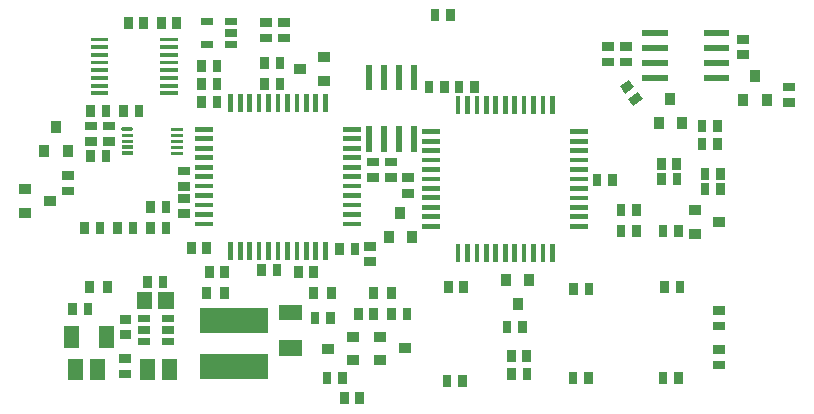
<source format=gbr>
G04 start of page 10 for group -4015 idx -4015 *
G04 Title: (unknown), toppaste *
G04 Creator: pcb 20091103 *
G04 CreationDate: Tue 04 Jan 2011 15:16:32 GMT UTC *
G04 For: thomas *
G04 Format: Gerber/RS-274X *
G04 PCB-Dimensions: 285430 157480 *
G04 PCB-Coordinate-Origin: lower left *
%MOIN*%
%FSLAX25Y25*%
%LNFRONTPASTE*%
%ADD15C,0.0200*%
%ADD23R,0.0295X0.0295*%
%ADD24R,0.0157X0.0157*%
%ADD25R,0.0200X0.0200*%
%ADD26R,0.0340X0.0340*%
%ADD27R,0.0300X0.0300*%
%ADD28R,0.0827X0.0827*%
%ADD29R,0.0512X0.0512*%
%ADD30R,0.0130X0.0130*%
%ADD31R,0.0240X0.0240*%
%ADD32C,0.0120*%
%ADD33R,0.0120X0.0120*%
%ADD34R,0.0510X0.0510*%
G54D24*X152717Y102310D02*X157143D01*
X152717Y99161D02*X157143D01*
X152717Y96011D02*X157143D01*
X152717Y92862D02*X157143D01*
X152717Y89712D02*X157143D01*
X152717Y86562D02*X157143D01*
X152717Y83413D02*X157143D01*
X152717Y80263D02*X157143D01*
X152717Y77114D02*X157143D01*
X152717Y73964D02*X157143D01*
X152717Y70814D02*X157143D01*
X163867Y64090D02*Y59664D01*
X167016Y64090D02*Y59664D01*
X170166Y64090D02*Y59664D01*
X173315Y64090D02*Y59664D01*
X176465Y64090D02*Y59664D01*
X179615Y64090D02*Y59664D01*
X182764Y64090D02*Y59664D01*
X185914Y64090D02*Y59664D01*
X189063Y64090D02*Y59664D01*
X192213Y64090D02*Y59664D01*
X195363Y64090D02*Y59664D01*
X202087Y70814D02*X206513D01*
X202087Y73963D02*X206513D01*
X202087Y77113D02*X206513D01*
X202087Y80262D02*X206513D01*
X202087Y83412D02*X206513D01*
X202087Y86562D02*X206513D01*
X202087Y89711D02*X206513D01*
X202087Y92861D02*X206513D01*
X202087Y96010D02*X206513D01*
X202087Y99160D02*X206513D01*
X202087Y102310D02*X206513D01*
X195363Y113460D02*Y109034D01*
X192214Y113460D02*Y109034D01*
X189064Y113460D02*Y109034D01*
X185915Y113460D02*Y109034D01*
X182765Y113460D02*Y109034D01*
X179615Y113460D02*Y109034D01*
X176466Y113460D02*Y109034D01*
X173316Y113460D02*Y109034D01*
X170167Y113460D02*Y109034D01*
X167017Y113460D02*Y109034D01*
X163867Y113460D02*Y109034D01*
G54D23*X245205Y104582D02*Y103598D01*
X250323Y104582D02*Y103598D01*
X99272Y138649D02*X100256D01*
X99272Y133531D02*X100256D01*
G54D27*X141764Y49090D02*Y48090D01*
X135764Y49090D02*Y48090D01*
G54D29*X46778Y35090D02*Y32728D01*
X34968Y35090D02*Y32728D01*
X106787Y41995D02*X109149D01*
X106787Y30185D02*X109149D01*
G54D23*X35409Y43582D02*Y42598D01*
X40527Y43582D02*Y42598D01*
X52476Y21531D02*X53460D01*
X52476Y26649D02*X53460D01*
X52520Y34693D02*X53504D01*
X52520Y39811D02*X53504D01*
G54D27*X40968Y51090D02*Y50090D01*
X46968Y51090D02*Y50090D01*
G54D23*X236882Y87090D02*Y86106D01*
X231764Y87090D02*Y86106D01*
G54D26*X19368Y83090D02*X19968D01*
X19368Y75290D02*X19968D01*
X27568Y79190D02*X28168D01*
G54D23*X66527Y77582D02*Y76598D01*
X61409Y77582D02*Y76598D01*
X33476Y87649D02*X34460D01*
X33476Y82531D02*X34460D01*
X41409Y109582D02*Y108598D01*
X46527Y109582D02*Y108598D01*
G54D34*X43668Y24090D02*Y22090D01*
X36268Y24090D02*Y22090D01*
G54D26*X25968Y96090D02*Y95490D01*
X33768Y96090D02*Y95490D01*
X29868Y104290D02*Y103690D01*
X137564Y33990D02*X138164D01*
X137564Y26190D02*X138164D01*
X145764Y30090D02*X146364D01*
G54D23*X44527Y70582D02*Y69598D01*
X39409Y70582D02*Y69598D01*
X80086Y64074D02*Y63090D01*
X74968Y64074D02*Y63090D01*
X64968Y139090D02*Y138106D01*
X70086Y139090D02*Y138106D01*
X55527Y70582D02*Y69598D01*
X50409Y70582D02*Y69598D01*
X140984Y87090D02*X141968D01*
X140984Y92208D02*X141968D01*
X41409Y94582D02*Y93598D01*
X46527Y94582D02*Y93598D01*
G54D32*X52368Y103090D02*X54968D01*
G54D33*X52368Y101090D02*X54968D01*
X52368Y99090D02*X54968D01*
X52368Y97190D02*X54968D01*
X52368Y95190D02*X54968D01*
X68868Y95090D02*X71468D01*
X68868Y97090D02*X71468D01*
X68868Y99090D02*X71468D01*
X68868Y100990D02*X71468D01*
X68868Y102990D02*X71468D01*
G54D23*X78409Y124582D02*Y123598D01*
X83527Y124582D02*Y123598D01*
X40984Y99090D02*X41968D01*
X40984Y104208D02*X41968D01*
X46968Y99090D02*X47952D01*
X46968Y104208D02*X47952D01*
X83527Y118582D02*Y117598D01*
X78409Y118582D02*Y117598D01*
X71968Y84090D02*X72952D01*
X71968Y89208D02*X72952D01*
G54D30*X42051Y133046D02*X46657D01*
X42051Y130487D02*X46657D01*
X42051Y127928D02*X46657D01*
X42051Y125369D02*X46657D01*
X42051Y122811D02*X46657D01*
X42051Y120252D02*X46657D01*
X42051Y117693D02*X46657D01*
X42051Y115134D02*X46657D01*
X65279D02*X69885D01*
X65279Y117693D02*X69885D01*
X65279Y120252D02*X69885D01*
X65279Y122811D02*X69885D01*
X65279Y125369D02*X69885D01*
X65279Y127928D02*X69885D01*
X65279Y130487D02*X69885D01*
X65279Y133046D02*X69885D01*
G54D26*X118968Y119290D02*X119568D01*
X118968Y127090D02*X119568D01*
X110768Y123190D02*X111368D01*
G54D23*X83527Y112582D02*Y111598D01*
X78409Y112582D02*Y111598D01*
X134968Y87090D02*X135952D01*
X134968Y92208D02*X135952D01*
X129527Y63582D02*Y62598D01*
X124409Y63582D02*Y62598D01*
X104527Y125582D02*Y124598D01*
X99409Y125582D02*Y124598D01*
G54D31*X58368Y40090D02*X59968D01*
X58368Y36190D02*X59968D01*
X58368Y32290D02*X59968D01*
X66568D02*X68168D01*
X66568Y36190D02*X68168D01*
X66568Y40090D02*X68168D01*
G54D23*X65527Y52582D02*Y51598D01*
X60409Y52582D02*Y51598D01*
G54D24*X76968Y103090D02*X81394D01*
X76968Y99941D02*X81394D01*
X76968Y96791D02*X81394D01*
X76968Y93642D02*X81394D01*
X76968Y90492D02*X81394D01*
X76968Y87342D02*X81394D01*
X76968Y84193D02*X81394D01*
X76968Y81043D02*X81394D01*
X76968Y77894D02*X81394D01*
X76968Y74744D02*X81394D01*
X76968Y71594D02*X81394D01*
X88118Y64870D02*Y60444D01*
X91267Y64870D02*Y60444D01*
X94417Y64870D02*Y60444D01*
X97566Y64870D02*Y60444D01*
X100716Y64870D02*Y60444D01*
X103866Y64870D02*Y60444D01*
X107015Y64870D02*Y60444D01*
X110165Y64870D02*Y60444D01*
X113314Y64870D02*Y60444D01*
X116464Y64870D02*Y60444D01*
X119614Y64870D02*Y60444D01*
X126338Y71594D02*X130764D01*
X126338Y74743D02*X130764D01*
X126338Y77893D02*X130764D01*
X126338Y81042D02*X130764D01*
X126338Y84192D02*X130764D01*
X126338Y87342D02*X130764D01*
X126338Y90491D02*X130764D01*
X126338Y93641D02*X130764D01*
X126338Y96790D02*X130764D01*
X126338Y99940D02*X130764D01*
X126338Y103090D02*X130764D01*
X119614Y114240D02*Y109814D01*
X116465Y114240D02*Y109814D01*
X113315Y114240D02*Y109814D01*
X110166Y114240D02*Y109814D01*
X107016Y114240D02*Y109814D01*
X103866Y114240D02*Y109814D01*
X100717Y114240D02*Y109814D01*
X97567Y114240D02*Y109814D01*
X94418Y114240D02*Y109814D01*
X91268Y114240D02*Y109814D01*
X88118Y114240D02*Y109814D01*
G54D23*X61409Y70582D02*Y69598D01*
X66527Y70582D02*Y69598D01*
X71968Y74972D02*X72952D01*
X71968Y80090D02*X72952D01*
X52409Y109582D02*Y108598D01*
X57527Y109582D02*Y108598D01*
G54D31*X79368Y139090D02*X80968D01*
X79368Y131290D02*X80968D01*
X87568D02*X89168D01*
X87568Y135190D02*X89168D01*
X87568Y139090D02*X89168D01*
G54D34*X67668Y24090D02*Y22090D01*
X60268Y24090D02*Y22090D01*
G54D23*X219272Y125531D02*X220256D01*
X219272Y130649D02*X220256D01*
X116205Y40582D02*Y39598D01*
X121323Y40582D02*Y39598D01*
X59086Y139090D02*Y138106D01*
X53968Y139090D02*Y138106D01*
X86086Y56074D02*Y55090D01*
X80968Y56074D02*Y55090D01*
X186764Y28074D02*Y27090D01*
X181646Y28074D02*Y27090D01*
X110646Y56090D02*Y55106D01*
X115764Y56090D02*Y55106D01*
X232764Y51074D02*Y50090D01*
X237882Y51074D02*Y50090D01*
G54D26*X187664Y53290D02*Y52690D01*
X179864Y53290D02*Y52690D01*
X183764Y45090D02*Y44490D01*
G54D25*X226264Y135090D02*X232764D01*
X226264Y130090D02*X232764D01*
X226264Y125090D02*X232764D01*
X226264Y120090D02*X232764D01*
X246764D02*X253264D01*
X246764Y125090D02*X253264D01*
X246764Y130090D02*X253264D01*
X246764Y135090D02*X253264D01*
G54D26*X140764Y67390D02*Y66790D01*
X148564Y67390D02*Y66790D01*
X144664Y75590D02*Y74990D01*
G54D27*X121764Y49090D02*Y48090D01*
X115764Y49090D02*Y48090D01*
G54D23*X146796Y86972D02*X147780D01*
X146796Y81854D02*X147780D01*
X105272Y138649D02*X106256D01*
X105272Y133531D02*X106256D01*
X134008Y64039D02*X134992D01*
X134008Y58921D02*X134992D01*
X103527Y56582D02*Y55598D01*
X98409Y56582D02*Y55598D01*
G54D27*X85968Y49090D02*Y48090D01*
X79968Y49090D02*Y48090D01*
G54D23*X207323Y20582D02*Y19598D01*
X202205Y20582D02*Y19598D01*
X273764Y112090D02*X274748D01*
X273764Y117208D02*X274748D01*
X146882Y42074D02*Y41090D01*
X141764Y42074D02*Y41090D01*
X250272Y42649D02*X251256D01*
X250272Y37531D02*X251256D01*
X218205Y76582D02*Y75598D01*
X223323Y76582D02*Y75598D01*
X135764Y42074D02*Y41090D01*
X130646Y42074D02*Y41090D01*
G54D26*X128464Y26090D02*X129064D01*
X128464Y33890D02*X129064D01*
X120264Y29990D02*X120864D01*
G54D29*X66511Y46483D02*Y45697D01*
X59425Y46483D02*Y45697D01*
G54D23*X218205Y69582D02*Y68598D01*
X223323Y69582D02*Y68598D01*
G54D26*X242464Y76090D02*X243064D01*
X242464Y68290D02*X243064D01*
X250664Y72190D02*X251264D01*
G54D23*X181764Y22090D02*Y21106D01*
X186882Y22090D02*Y21106D01*
X250272Y29649D02*X251256D01*
X250272Y24531D02*X251256D01*
X160646Y51074D02*Y50090D01*
X165764Y51074D02*Y50090D01*
X258272Y133149D02*X259256D01*
X258272Y128031D02*X259256D01*
G54D26*X258964Y113090D02*Y112490D01*
X266764Y113090D02*Y112490D01*
X262864Y121290D02*Y120690D01*
G54D25*X134264Y103090D02*Y96590D01*
X139264Y103090D02*Y96590D01*
X144264Y103090D02*Y96590D01*
X149264Y103090D02*Y96590D01*
Y123590D02*Y117090D01*
X144264Y123590D02*Y117090D01*
X139264Y123590D02*Y117090D01*
X134264Y123590D02*Y117090D01*
G54D23*X156205Y141582D02*Y140598D01*
X161323Y141582D02*Y140598D01*
X185323Y37582D02*Y36598D01*
X180205Y37582D02*Y36598D01*
X246205Y83582D02*Y82598D01*
X251323Y83582D02*Y82598D01*
G54D26*X230764Y105390D02*Y104790D01*
X238564Y105390D02*Y104790D01*
X234664Y113590D02*Y112990D01*
G54D23*X231646Y92074D02*Y91090D01*
X236764Y92074D02*Y91090D01*
X164205Y117582D02*Y116598D01*
X169323Y117582D02*Y116598D01*
X131118Y13964D02*Y12980D01*
X126000Y13964D02*Y12980D01*
X125323Y20582D02*Y19598D01*
X120205Y20582D02*Y19598D01*
G54D28*X81968Y24090D02*X96534D01*
X81968Y39444D02*X96534D01*
G54D23*X250323Y98582D02*Y97598D01*
X245205Y98582D02*Y97598D01*
X232205Y69582D02*Y68598D01*
X237323Y69582D02*Y68598D01*
Y20582D02*Y19598D01*
X232205Y20582D02*Y19598D01*
X99409Y118582D02*Y117598D01*
X104527Y118582D02*Y117598D01*
G54D15*G36*
X217707Y117449D02*X220927Y119713D01*
X222625Y117298D01*
X219405Y115034D01*
X217707Y117449D01*
G37*
G36*
X220643Y113262D02*X223868Y115520D01*
X225561Y113102D01*
X222336Y110844D01*
X220643Y113262D01*
G37*
G54D23*X215323Y86582D02*Y85598D01*
X210205Y86582D02*Y85598D01*
X251323Y88582D02*Y87598D01*
X246205Y88582D02*Y87598D01*
X165323Y19582D02*Y18598D01*
X160205Y19582D02*Y18598D01*
X154205Y117582D02*Y116598D01*
X159323Y117582D02*Y116598D01*
X213272Y125531D02*X214256D01*
X213272Y130649D02*X214256D01*
X202441Y50472D02*Y49488D01*
X207559Y50472D02*Y49488D01*
M02*

</source>
